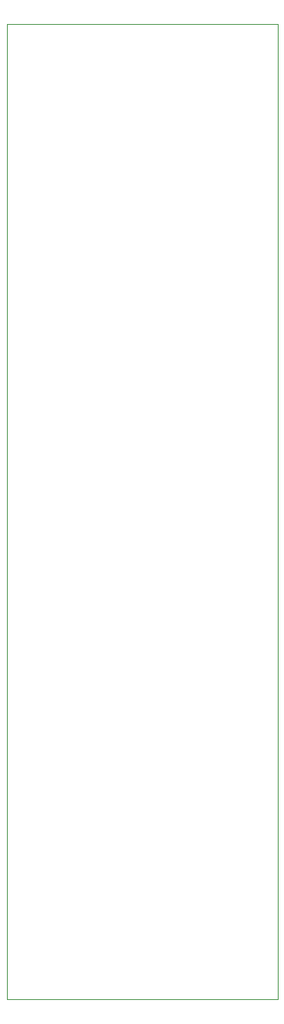
<source format=gbr>
G04 #@! TF.GenerationSoftware,KiCad,Pcbnew,5.1.4*
G04 #@! TF.CreationDate,2019-09-20T20:02:23+02:00*
G04 #@! TF.ProjectId,PolivoksVCF,506f6c69-766f-46b7-9356-43462e6b6963,rev?*
G04 #@! TF.SameCoordinates,Original*
G04 #@! TF.FileFunction,Profile,NP*
%FSLAX46Y46*%
G04 Gerber Fmt 4.6, Leading zero omitted, Abs format (unit mm)*
G04 Created by KiCad (PCBNEW 5.1.4) date 2019-09-20 20:02:23*
%MOMM*%
%LPD*%
G04 APERTURE LIST*
%ADD10C,0.050000*%
G04 APERTURE END LIST*
D10*
X280543000Y-17018000D02*
X250952000Y-17018000D01*
X280543000Y-123518000D02*
X280543000Y-17018000D01*
X250952000Y-123518000D02*
X280543000Y-123518000D01*
X250952000Y-17018000D02*
X250952000Y-123518000D01*
M02*

</source>
